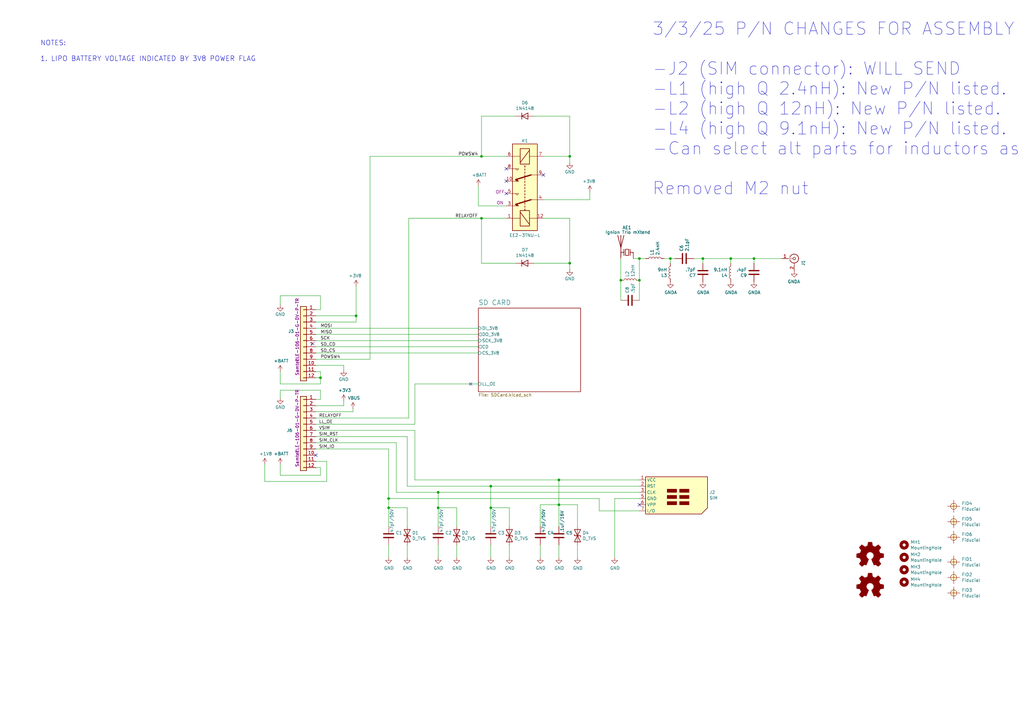
<source format=kicad_sch>
(kicad_sch (version 20231120) (generator "eeschema") (generator_version "8.0")
  (paper "A3")
  (title_block (title "4G ROTARY CELLPHONE DAUGHTERBOARD") (company "J. Haupt") (comment 1 "Sky's Edge"))
  (lib_symbols
    (symbol "Connector:Conn_Coaxial" (pin_names (offset 1.016) hide)
      (property "Reference" "J" (at 0.254 3.048 0))
      (property "Value" "Conn_Coaxial" (at 2.921 0 90))
      (symbol "Conn_Coaxial_0_1"
        (arc (start -1.778 -0.508) (mid 0.222 -1.808) (end 1.778 0) (stroke (width 0.254)))
        (polyline (pts (xy -2.54 0) (xy -0.508 0)))
        (polyline (pts (xy 0 -2.54) (xy 0 -1.778)))
        (circle (center 0 0) (radius 0.508) (stroke (width 0.2032)))
        (arc (start 1.778 0) (mid 0.222 1.8083) (end -1.778 0.508) (stroke (width 0.254)))
      )
      (symbol "Conn_Coaxial_1_1"
        (pin passive line (at -5.08 0 0) (length 2.54) (name "In") (number "1"))
        (pin passive line (at 0 -5.08 90) (length 2.54) (name "Ext") (number "2"))
      )
    )
    (symbol "Connector:SIM_Card"
      (property "Reference" "J" (at -2.54 12.7 0))
      (property "Value" "SIM_Card" (at -1.27 10.16 0))
      (symbol "SIM_Card_0_1"
        (rectangle (start -1.27 -2.54) (end 2.54 -1.27) (stroke (width 0.254)) (fill (type outline)))
        (rectangle (start -1.27 0) (end 2.54 1.27) (stroke (width 0.254)) (fill (type outline)))
        (rectangle (start -1.27 2.54) (end 2.54 3.81) (stroke (width 0.254)) (fill (type outline)))
        (polyline (pts (xy -10.16 8.89) (xy 15.24 8.89) (xy 15.24 -3.81) (xy 12.7 -6.35) (xy -10.16 -6.35) (xy -10.16 8.89)) (stroke (width 0.254)) (fill (type background)))
        (rectangle (start 3.81 -1.27) (end 7.62 -2.54) (stroke (width 0.254)) (fill (type outline)))
        (rectangle (start 3.81 0) (end 7.62 1.27) (stroke (width 0.254)) (fill (type outline)))
        (rectangle (start 3.81 2.54) (end 7.62 3.81) (stroke (width 0.254)) (fill (type outline)))
      )
      (symbol "SIM_Card_1_1"
        (pin power_in line (at -12.7 7.62 0) (length 2.54) (name "VCC") (number "1"))
        (pin input line (at -12.7 5.08 0) (length 2.54) (name "RST") (number "2"))
        (pin input line (at -12.7 2.54 0) (length 2.54) (name "CLK") (number "3"))
        (pin power_in line (at -12.7 0 0) (length 2.54) (name "GND") (number "5"))
        (pin input line (at -12.7 -2.54 0) (length 2.54) (name "VPP") (number "6"))
        (pin bidirectional line (at -12.7 -5.08 0) (length 2.54) (name "I/O") (number "7"))
      )
    )
    (symbol "Connector_Generic:Conn_01x12" (pin_names (offset 1.016) hide)
      (property "Reference" "J" (at 0 15.24 0))
      (property "Value" "Conn_01x12" (at 0 -17.78 0))
      (symbol "Conn_01x12_1_1"
        (rectangle (start -1.27 -15.113) (end 0 -15.367) (stroke (width 0.1524)))
        (rectangle (start -1.27 -12.573) (end 0 -12.827) (stroke (width 0.1524)))
        (rectangle (start -1.27 -10.033) (end 0 -10.287) (stroke (width 0.1524)))
        (rectangle (start -1.27 -7.493) (end 0 -7.747) (stroke (width 0.1524)))
        (rectangle (start -1.27 -4.953) (end 0 -5.207) (stroke (width 0.1524)))
        (rectangle (start -1.27 -2.413) (end 0 -2.667) (stroke (width 0.1524)))
        (rectangle (start -1.27 0.127) (end 0 -0.127) (stroke (width 0.1524)))
        (rectangle (start -1.27 2.667) (end 0 2.413) (stroke (width 0.1524)))
        (rectangle (start -1.27 5.207) (end 0 4.953) (stroke (width 0.1524)))
        (rectangle (start -1.27 7.747) (end 0 7.493) (stroke (width 0.1524)))
        (rectangle (start -1.27 10.287) (end 0 10.033) (stroke (width 0.1524)))
        (rectangle (start -1.27 12.827) (end 0 12.573) (stroke (width 0.1524)))
        (rectangle (start -1.27 13.97) (end 1.27 -16.51) (stroke (width 0.254)) (fill (type background)))
        (pin passive line (at -5.08 12.7 0) (length 3.81) (name "Pin_1") (number "1"))
        (pin passive line (at -5.08 -10.16 0) (length 3.81) (name "Pin_10") (number "10"))
        (pin passive line (at -5.08 -12.7 0) (length 3.81) (name "Pin_11") (number "11"))
        (pin passive line (at -5.08 -15.24 0) (length 3.81) (name "Pin_12") (number "12"))
        (pin passive line (at -5.08 10.16 0) (length 3.81) (name "Pin_2") (number "2"))
        (pin passive line (at -5.08 7.62 0) (length 3.81) (name "Pin_3") (number "3"))
        (pin passive line (at -5.08 5.08 0) (length 3.81) (name "Pin_4") (number "4"))
        (pin passive line (at -5.08 2.54 0) (length 3.81) (name "Pin_5") (number "5"))
        (pin passive line (at -5.08 0 0) (length 3.81) (name "Pin_6") (number "6"))
        (pin passive line (at -5.08 -2.54 0) (length 3.81) (name "Pin_7") (number "7"))
        (pin passive line (at -5.08 -5.08 0) (length 3.81) (name "Pin_8") (number "8"))
        (pin passive line (at -5.08 -7.62 0) (length 3.81) (name "Pin_9") (number "9"))
      )
    )
    (symbol "Device:Antenna_Chip" (pin_numbers hide) (pin_names (offset 1.016) hide)
      (property "Reference" "AE" (at 0 5.08 0))
      (property "Value" "Antenna_Chip" (at 0 3.175 0))
      (symbol "Antenna_Chip_0_1"
        (polyline (pts (xy -2.54 0) (xy -2.54 -0.635)) (stroke (width 0.254)))
        (polyline (pts (xy -2.54 0) (xy -1.27 0)) (stroke (width 0.254)))
        (polyline (pts (xy 1.27 0) (xy 2.54 0)) (stroke (width 0.254)))
        (polyline (pts (xy 1.27 1.27) (xy 1.27 -1.27)) (stroke (width 0.254)))
        (polyline (pts (xy 2.54 -0.635) (xy 2.54 0)))
        (polyline (pts (xy 2.54 6.985) (xy 2.54 -1.905)) (stroke (width 0.254)))
        (polyline (pts (xy -1.27 1.27) (xy -1.27 -1.27) (xy -1.27 0)) (stroke (width 0.254)))
        (polyline (pts (xy 3.81 6.985) (xy 2.54 1.905) (xy 1.27 6.985)) (stroke (width 0.254)))
        (polyline (pts (xy -0.635 1.27) (xy 0.635 1.27) (xy 0.635 -1.27) (xy -0.635 -1.27) (xy -0.635 1.27)) (stroke (width 0.254)))
      )
      (symbol "Antenna_Chip_1_1"
        (pin input line (at -2.54 -2.54 90) (length 2.54) (name "FEED") (number "1"))
        (pin passive line (at 2.54 -2.54 90) (length 2.54) (name "PCB_Trace") (number "2"))
      )
    )
    (symbol "Device:C" (pin_numbers hide) (pin_names (offset 0.254))
      (property "Reference" "C" (at 0.635 2.54 0))
      (property "Value" "C" (at 0.635 -2.54 0))
      (symbol "C_0_1"
        (polyline (pts (xy -2.032 -0.762) (xy 2.032 -0.762)) (stroke (width 0.508)))
        (polyline (pts (xy -2.032 0.762) (xy 2.032 0.762)) (stroke (width 0.508)))
      )
      (symbol "C_1_1"
        (pin passive line (at 0 3.81 270) (length 2.794) (name "~") (number "1"))
        (pin passive line (at 0 -3.81 90) (length 2.794) (name "~") (number "2"))
      )
    )
    (symbol "Device:D_TVS" (pin_numbers hide) (pin_names (offset 1.016) hide)
      (property "Reference" "D" (at 0 2.54 0))
      (property "Value" "D_TVS" (at 0 -2.54 0))
      (symbol "D_TVS_0_1"
        (polyline (pts (xy 1.27 0) (xy -1.27 0)))
        (polyline (pts (xy 0.508 1.27) (xy 0 1.27) (xy 0 -1.27) (xy -0.508 -1.27)) (stroke (width 0.254)))
        (polyline (pts (xy -2.54 1.27) (xy -2.54 -1.27) (xy 2.54 1.27) (xy 2.54 -1.27) (xy -2.54 1.27)) (stroke (width 0.254)))
      )
      (symbol "D_TVS_1_1"
        (pin passive line (at -3.81 0 0) (length 2.54) (name "A1") (number "1"))
        (pin passive line (at 3.81 0 180) (length 2.54) (name "A2") (number "2"))
      )
    )
    (symbol "Device:L" (pin_numbers hide) (pin_names (offset 1.016) hide)
      (property "Reference" "L" (at -1.27 0 90))
      (property "Value" "L" (at 1.905 0 90))
      (symbol "L_0_1"
        (arc (start 0 -2.54) (mid 0.6323 -1.905) (end 0 -1.27))
        (arc (start 0 -1.27) (mid 0.6323 -0.635) (end 0 0))
        (arc (start 0 0) (mid 0.6323 0.635) (end 0 1.27))
        (arc (start 0 1.27) (mid 0.6323 1.905) (end 0 2.54))
      )
      (symbol "L_1_1"
        (pin passive line (at 0 3.81 270) (length 1.27) (name "1") (number "1"))
        (pin passive line (at 0 -3.81 90) (length 1.27) (name "2") (number "2"))
      )
    )
    (symbol "Diode:1N4148" (pin_numbers hide) (pin_names (offset 1.016) hide)
      (property "Reference" "D" (at 0 2.54 0))
      (property "Value" "1N4148" (at 0 -2.54 0))
      (symbol "1N4148_0_1"
        (polyline (pts (xy -1.27 1.27) (xy -1.27 -1.27)) (stroke (width 0.254)))
        (polyline (pts (xy 1.27 0) (xy -1.27 0)))
        (polyline (pts (xy 1.27 1.27) (xy 1.27 -1.27) (xy -1.27 0) (xy 1.27 1.27)) (stroke (width 0.254)))
      )
      (symbol "1N4148_1_1"
        (pin passive line (at -3.81 0 0) (length 2.54) (name "K") (number "1"))
        (pin passive line (at 3.81 0 180) (length 2.54) (name "A") (number "2"))
      )
    )
    (symbol "Graphic:Logo_Open_Hardware_Small" (pin_names (offset 1.016))
      (symbol "Logo_Open_Hardware_Small_0_1"
        (polyline (pts (xy 3.3528 -4.3434) (xy 3.302 -4.318) (xy 3.175 -4.2418) (xy 2.9972 -4.1148) (xy 2.7686 -3.9624) (xy 2.54 -3.81) (xy 2.3622 -3.7084) (xy 2.2352 -3.6068) (xy 2.1844 -3.5814) (xy 2.159 -3.6068) (xy 2.0574 -3.6576) (xy 1.905 -3.7338) (xy 1.8034 -3.7846) (xy 1.6764 -3.8354) (xy 1.6002 -3.8354) (xy 1.6002 -3.8354) (xy 1.5494 -3.7338) (xy 1.4732 -3.5306) (xy 1.3462 -3.302) (xy 1.2446 -3.0226) (xy 1.1176 -2.7178) (xy 0.9652 -2.413) (xy 0.8636 -2.1082) (xy 0.7366 -1.8288) (xy 0.6604 -1.6256) (xy 0.6096 -1.4732) (xy 0.5842 -1.397) (xy 0.5842 -1.397) (xy 0.6604 -1.3208) (xy 0.7874 -1.2446) (xy 1.0414 -1.016) (xy 1.2954 -0.6858) (xy 1.4478 -0.3302) (xy 1.524 0.0762) (xy 1.4732 0.4572) (xy 1.3208 0.8128) (xy 1.0668 1.143) (xy 0.762 1.3716) (xy 0.4064 1.524) (xy 0 1.5748) (xy -0.381 1.5494) (xy -0.7366 1.397) (xy -1.0668 1.143) (xy -1.2192 0.9906) (xy -1.397 0.6604) (xy -1.524 0.3048) (xy -1.524 0.2286) (xy -1.4986 -0.1778) (xy -1.397 -0.5334) (xy -1.1938 -0.8636) (xy -0.9144 -1.143) (xy -0.8636 -1.1684) (xy -0.7366 -1.27) (xy -0.635 -1.3462) (xy -0.5842 -1.397) (xy -1.0668 -2.5908) (xy -1.143 -2.794) (xy -1.2954 -3.1242) (xy -1.397 -3.4036) (xy -1.4986 -3.6322) (xy -1.5748 -3.7846) (xy -1.6002 -3.8354) (xy -1.6002 -3.8354) (xy -1.651 -3.8354) (xy -1.7272 -3.81) (xy -1.905 -3.7338) (xy -2.0066 -3.683) (xy -2.1336 -3.6068) (xy -2.2098 -3.5814) (xy -2.2606 -3.6068) (xy -2.3622 -3.683) (xy -2.54 -3.81) (xy -2.7686 -3.9624) (xy -2.9718 -4.0894) (xy -3.1496 -4.2164) (xy -3.302 -4.318) (xy -3.3528 -4.3434) (xy -3.3782 -4.3434) (xy -3.429 -4.318) (xy -3.5306 -4.2164) (xy -3.7084 -4.064) (xy -3.937 -3.8354) (xy -3.9624 -3.81) (xy -4.1656 -3.6068) (xy -4.318 -3.4544) (xy -4.4196 -3.3274) (xy -4.445 -3.2766) (xy -4.445 -3.2766) (xy -4.4196 -3.2258) (xy -4.318 -3.0734) (xy -4.2164 -2.8956) (xy -4.064 -2.667) (xy -3.6576 -2.0828) (xy -3.8862 -1.5494) (xy -3.937 -1.3716) (xy -4.0386 -1.1684) (xy -4.0894 -1.0414) (xy -4.1148 -0.9652) (xy -4.191 -0.9398) (xy -4.318 -0.9144) (xy -4.5466 -0.8636) (xy -4.8006 -0.8128) (xy -5.0546 -0.7874) (xy -5.2578 -0.7366) (xy -5.4356 -0.7112) (xy -5.5118 -0.6858) (xy -5.5118 -0.6858) (xy -5.5372 -0.635) (xy -5.5372 -0.5588) (xy -5.5372 -0.4318) (xy -5.5626 -0.2286) (xy -5.5626 0.0762) (xy -5.5626 0.127) (xy -5.5372 0.4064) (xy -5.5372 0.635) (xy -5.5372 0.762) (xy -5.5372 0.8382) (xy -5.5372 0.8382) (xy -5.461 0.8382) (xy -5.3086 0.889) (xy -5.08 0.9144) (xy -4.826 0.9652) (xy -4.8006 0.9906) (xy -4.5466 1.0414) (xy -4.318 1.0668) (xy -4.1656 1.1176) (xy -4.0894 1.143) (xy -4.0894 1.143) (xy -4.0386 1.2446) (xy -3.9624 1.4224) (xy -3.8608 1.6256) (xy -3.7846 1.8288) (xy -3.7084 2.0066) (xy -3.6576 2.159) (xy -3.6322 2.2098) (xy -3.6322 2.2098) (xy -3.683 2.286) (xy -3.7592 2.413) (xy -3.8862 2.5908) (xy -4.064 2.8194) (xy -4.064 2.8448) (xy -4.2164 3.0734) (xy -4.3434 3.2512) (xy -4.4196 3.3782) (xy -4.445 3.4544) (xy -4.445 3.4544) (xy -4.3942 3.5052) (xy -4.2926 3.6322) (xy -4.1148 3.81) (xy -3.937 4.0132) (xy -3.8608 4.064) (xy -3.6576 4.2926) (xy -3.5052 4.4196) (xy -3.4036 4.4958) (xy -3.3528 4.5212) (xy -3.3528 4.5212) (xy -3.302 4.4704) (xy -3.1496 4.3688) (xy -2.9718 4.2418) (xy -2.7432 4.0894) (xy -2.7178 4.0894) (xy -2.4892 3.937) (xy -2.3114 3.81) (xy -2.1844 3.7084) (xy -2.1336 3.683) (xy -2.1082 3.683) (xy -2.032 3.7084) (xy -1.8542 3.7592) (xy -1.6764 3.8354) (xy -1.4732 3.937) (xy -1.27 4.0132) (xy -1.143 4.064) (xy -1.0668 4.1148) (xy -1.0668 4.1148) (xy -1.0414 4.191) (xy -1.016 4.3434) (xy -0.9652 4.572) (xy -0.9144 4.8514) (xy -0.889 4.9022) (xy -0.8382 5.1562) (xy -0.8128 5.3848) (xy -0.7874 5.5372) (xy -0.762 5.588) (xy -0.7112 5.6134) (xy -0.5842 5.6134) (xy -0.4064 5.6134) (xy -0.1524 5.6134) (xy 0.0762 5.6134) (xy 0.3302 5.6134) (xy 0.5334 5.6134) (xy 0.6858 5.588) (xy 0.7366 5.588) (xy 0.7366 5.588) (xy 0.762 5.5118) (xy 0.8128 5.334) (xy 0.8382 5.1054) (xy 0.9144 4.826) (xy 0.9144 4.7752) (xy 0.9652 4.5212) (xy 1.016 4.2926) (xy 1.0414 4.1402) (xy 1.0668 4.0894) (xy 1.0668 4.0894) (xy 1.1938 4.0386) (xy 1.3716 3.9624) (xy 1.5748 3.8608) (xy 2.0828 3.6576) (xy 2.7178 4.0894) (xy 2.7686 4.1402) (xy 2.9972 4.2926) (xy 3.175 4.4196) (xy 3.302 4.4958) (xy 3.3782 4.5212) (xy 3.3782 4.5212) (xy 3.429 4.4704) (xy 3.556 4.3434) (xy 3.7338 4.191) (xy 3.9116 3.9878) (xy 4.064 3.8354) (xy 4.2418 3.6576) (xy 4.3434 3.556) (xy 4.4196 3.4798) (xy 4.4196 3.429) (xy 4.4196 3.4036) (xy 4.3942 3.3274) (xy 4.2926 3.2004) (xy 4.1656 2.9972) (xy 4.0132 2.794) (xy 3.8862 2.5908) (xy 3.7592 2.3876) (xy 3.6576 2.2352) (xy 3.6322 2.159) (xy 3.6322 2.1336) (xy 3.683 2.0066) (xy 3.7592 1.8288) (xy 3.8608 1.6002) (xy 4.064 1.1176) (xy 4.3942 1.0414) (xy 4.5974 1.016) (xy 4.8768 0.9652) (xy 5.1308 0.9144) (xy 5.5372 0.8382) (xy 5.5626 -0.6604) (xy 5.4864 -0.6858) (xy 5.4356 -0.6858) (xy 5.2832 -0.7366) (xy 5.0546 -0.762) (xy 4.8006 -0.8128) (xy 4.5974 -0.8636) (xy 4.3688 -0.9144) (xy 4.2164 -0.9398) (xy 4.1402 -0.9398) (xy 4.1148 -0.9652) (xy 4.064 -1.0668) (xy 3.9878 -1.2446) (xy 3.9116 -1.4478) (xy 3.81 -1.651) (xy 3.7338 -1.8542) (xy 3.683 -2.0066) (xy 3.6576 -2.0828) (xy 3.683 -2.1336) (xy 3.7846 -2.2606) (xy 3.8862 -2.4638) (xy 4.0386 -2.667) (xy 4.191 -2.8956) (xy 4.318 -3.0734) (xy 4.3942 -3.2004) (xy 4.445 -3.2766) (xy 4.4196 -3.3274) (xy 4.3434 -3.429) (xy 4.1656 -3.5814) (xy 3.937 -3.8354) (xy 3.8862 -3.8608) (xy 3.683 -4.064) (xy 3.5306 -4.2164) (xy 3.4036 -4.318) (xy 3.3528 -4.3434)) (fill (type outline)))
      )
    )
    (symbol "Mechanical:MountingHole" (pin_names (offset 1.016))
      (property "Reference" "H" (at 0 5.08 0))
      (property "Value" "MountingHole" (at 0 3.175 0))
      (symbol "MountingHole_0_1"
        (circle (center 0 0) (radius 1.27) (stroke (width 1.27)))
      )
    )
    (symbol "MyLibrary:Fiducial" (pin_names (offset 1.016))
      (property "Reference" "FID" (at 0 -3.81 0))
      (property "Value" "MyLibrary_Fiducial" (at 0 3.81 0))
      (symbol "Fiducial_0_1"
        (polyline (pts (xy -2.54 0) (xy 2.54 0)))
        (polyline (pts (xy 0 -2.54) (xy 0 2.54)))
        (circle (center 0 0) (radius 1.27) (fill (type background)))
      )
    )
    (symbol "MyLibrary:RELAY_2COIL" (pin_names (offset 1.016))
      (property "Reference" "K" (at -17.78 6.35 0))
      (property "Value" "MyLibrary_RELAY_2COIL" (at 20.32 -6.35 0))
      (symbol "RELAY_2COIL_1_1"
        (rectangle (start -17.78 5.08) (end 17.78 -5.08) (stroke (width 0.254)) (fill (type background)))
        (rectangle (start -15.875 1.905) (end -9.525 -1.905) (stroke (width 0.254)))
        (polyline (pts (xy -15.24 -1.905) (xy -10.16 1.905)) (stroke (width 0.254)))
        (polyline (pts (xy -12.7 -5.08) (xy -12.7 -1.905)))
        (polyline (pts (xy -12.7 5.08) (xy -12.7 1.905)))
        (polyline (pts (xy -9.525 0) (xy -8.89 0)) (stroke (width 0.254)))
        (polyline (pts (xy -9.525 0) (xy -8.89 0)) (stroke (width 0.254)))
        (polyline (pts (xy -8.255 0) (xy -7.62 0)) (stroke (width 0.254)))
        (polyline (pts (xy -7.62 2.54) (xy -7.62 5.08)))
        (polyline (pts (xy -6.985 0) (xy -6.35 0)) (stroke (width 0.254)))
        (polyline (pts (xy -5.715 0) (xy -5.08 0)) (stroke (width 0.254)))
        (polyline (pts (xy -5.08 -2.54) (xy -6.985 3.81)) (stroke (width 0.508)))
        (polyline (pts (xy -5.08 -2.54) (xy -5.08 -5.08)))
        (polyline (pts (xy -4.445 0) (xy -3.81 0)) (stroke (width 0.254)))
        (polyline (pts (xy -3.175 0) (xy -2.54 0)) (stroke (width 0.254)))
        (polyline (pts (xy -2.54 2.54) (xy -2.54 5.08)))
        (polyline (pts (xy -1.905 0) (xy -1.27 0)) (stroke (width 0.254)))
        (polyline (pts (xy -0.635 0) (xy 0 0)) (stroke (width 0.254)))
        (polyline (pts (xy 0.635 0) (xy 1.27 0)) (stroke (width 0.254)))
        (polyline (pts (xy 1.905 0) (xy 2.54 0)) (stroke (width 0.254)))
        (polyline (pts (xy 2.54 2.54) (xy 2.54 5.08)))
        (polyline (pts (xy 3.175 0) (xy 3.81 0)) (stroke (width 0.254)))
        (polyline (pts (xy 4.445 0) (xy 5.08 0)) (stroke (width 0.254)))
        (polyline (pts (xy 5.08 -2.54) (xy 3.175 3.81)) (stroke (width 0.508)))
        (polyline (pts (xy 5.08 -2.54) (xy 5.08 -5.08)))
        (polyline (pts (xy 5.715 0) (xy 6.35 0)) (stroke (width 0.254)))
        (polyline (pts (xy 6.985 0) (xy 7.62 0)) (stroke (width 0.254)))
        (polyline (pts (xy 7.62 2.54) (xy 7.62 5.08)))
        (polyline (pts (xy 8.255 0) (xy 8.89 0)) (stroke (width 0.254)))
        (polyline (pts (xy 8.255 0) (xy 8.89 0)) (stroke (width 0.254)))
        (polyline (pts (xy 12.7 -5.08) (xy 12.7 -1.905)))
        (polyline (pts (xy 12.7 5.08) (xy 12.7 1.905)))
        (polyline (pts (xy 15.24 -1.905) (xy 10.16 1.905)) (stroke (width 0.254)))
        (polyline (pts (xy -7.62 2.54) (xy -6.985 3.175) (xy -7.62 3.81)) (fill (type outline)))
        (polyline (pts (xy -2.54 2.54) (xy -3.175 3.175) (xy -2.54 3.81)))
        (polyline (pts (xy 2.54 2.54) (xy 3.175 3.175) (xy 2.54 3.81)) (fill (type outline)))
        (polyline (pts (xy 7.62 2.54) (xy 6.985 3.175) (xy 7.62 3.81)))
        (rectangle (start 15.875 1.905) (end 9.525 -1.905) (stroke (width 0.254)))
        (pin passive line (at -12.7 7.62 270) (length 2.54) (name "~") (number "1"))
        (pin passive line (at 2.54 7.62 270) (length 2.54) (name "~") (number "10"))
        (pin passive line (at -12.7 -7.62 90) (length 2.54) (name "~") (number "12"))
        (pin passive line (at -7.62 7.62 270) (length 2.54) (name "~") (number "3"))
        (pin passive line (at -5.08 -7.62 90) (length 2.54) (name "~") (number "4"))
        (pin passive line (at -2.54 7.62 270) (length 2.54) (name "~") (number "5"))
        (pin passive line (at 12.7 7.62 270) (length 2.54) (name "~") (number "6"))
        (pin passive line (at 12.7 -7.62 90) (length 2.54) (name "~") (number "7"))
        (pin passive line (at 7.62 7.62 270) (length 2.54) (name "~") (number "8"))
        (pin passive line (at 5.08 -7.62 90) (length 2.54) (name "~") (number "9"))
      )
    )
    (symbol "power:+1V8" (power) (pin_names (offset 0))
      (property "Value" "+1V8" (at 0 3.556 0))
      (symbol "+1V8_0_1"
        (polyline (pts (xy -0.762 1.27) (xy 0 2.54)))
        (polyline (pts (xy 0 0) (xy 0 2.54)))
        (polyline (pts (xy 0 2.54) (xy 0.762 1.27)))
      )
      (symbol "+1V8_1_1"
        (pin power_in line (at 0 0 90) (length 0) hide (name "+1V8") (number "1"))
      )
    )
    (symbol "power:+3V3" (power) (pin_names (offset 0))
      (property "Value" "+3V3" (at 0 3.556 0))
      (symbol "+3V3_0_1"
        (polyline (pts (xy -0.762 1.27) (xy 0 2.54)))
        (polyline (pts (xy 0 0) (xy 0 2.54)))
        (polyline (pts (xy 0 2.54) (xy 0.762 1.27)))
      )
      (symbol "+3V3_1_1"
        (pin power_in line (at 0 0 90) (length 0) hide (name "+3V3") (number "1"))
      )
    )
    (symbol "power:+3V8" (power) (pin_names (offset 0))
      (property "Value" "+3V8" (at 0 3.556 0))
      (symbol "+3V8_0_1"
        (polyline (pts (xy -0.762 1.27) (xy 0 2.54)))
        (polyline (pts (xy 0 0) (xy 0 2.54)))
        (polyline (pts (xy 0 2.54) (xy 0.762 1.27)))
      )
      (symbol "+3V8_1_1"
        (pin power_in line (at 0 0 90) (length 0) hide (name "+3V8") (number "1"))
      )
    )
    (symbol "power:+BATT" (power) (pin_names (offset 0))
      (property "Value" "+BATT" (at 0 3.556 0))
      (symbol "+BATT_0_1"
        (polyline (pts (xy -0.762 1.27) (xy 0 2.54)))
        (polyline (pts (xy 0 0) (xy 0 2.54)))
        (polyline (pts (xy 0 2.54) (xy 0.762 1.27)))
      )
      (symbol "+BATT_1_1"
        (pin power_in line (at 0 0 90) (length 0) hide (name "+BATT") (number "1"))
      )
    )
    (symbol "power:GND" (power) (pin_names (offset 0))
      (property "Value" "GND" (at 0 -3.81 0))
      (symbol "GND_0_1"
        (polyline (pts (xy 0 0) (xy 0 -1.27) (xy 1.27 -1.27) (xy 0 -2.54) (xy -1.27 -1.27) (xy 0 -1.27)))
      )
      (symbol "GND_1_1"
        (pin power_in line (at 0 0 270) (length 0) hide (name "GND") (number "1"))
      )
    )
    (symbol "power:GNDA" (power) (pin_names (offset 0))
      (property "Value" "GNDA" (at 0 -3.81 0))
      (symbol "GNDA_0_1"
        (polyline (pts (xy 0 0) (xy 0 -1.27) (xy 1.27 -1.27) (xy 0 -2.54) (xy -1.27 -1.27) (xy 0 -1.27)))
      )
      (symbol "GNDA_1_1"
        (pin power_in line (at 0 0 270) (length 0) hide (name "GNDA") (number "1"))
      )
    )
    (symbol "power:VBUS" (power) (pin_names (offset 0))
      (property "Value" "VBUS" (at 0 3.81 0))
      (symbol "VBUS_0_1"
        (polyline (pts (xy -0.762 1.27) (xy 0 2.54)))
        (polyline (pts (xy 0 0) (xy 0 2.54)))
        (polyline (pts (xy 0 2.54) (xy 0.762 1.27)))
      )
      (symbol "VBUS_1_1"
        (pin power_in line (at 0 0 90) (length 0) hide (name "VBUS") (number "1"))
      )
    )
  )
  (junction (at 201.295 208.28))
  (junction (at 233.68 64.135))
  (junction (at 254.635 114.935))
  (junction (at 179.705 201.93))
  (junction (at 233.68 107.95))
  (junction (at 229.235 196.85))
  (junction (at 197.485 89.535))
  (junction (at 159.385 208.28))
  (junction (at 309.245 106.045))
  (junction (at 131.445 154.94))
  (junction (at 262.255 114.935))
  (junction (at 274.955 106.045))
  (junction (at 201.295 199.39))
  (junction (at 229.235 207.01))
  (junction (at 197.485 64.135))
  (junction (at 179.705 208.28))
  (junction (at 146.05 129.54))
  (junction (at 159.385 204.47))
  (junction (at 262.255 106.045))
  (junction (at 288.29 106.045))
  (junction (at 299.72 106.045))
  (no_connect (at 207.645 69.215))
  (no_connect (at 207.645 74.295))
  (no_connect (at 128.27 140.97))
  (no_connect (at 193.04 157.48))
  (no_connect (at 207.645 79.375))
  (no_connect (at 222.885 71.755))
  (no_connect (at 129.54 186.69))
  (no_connect (at 262.255 207.01))
  (wire (pts (xy 197.485 64.135) (xy 197.485 47.625)))
  (wire (pts (xy 262.255 204.47) (xy 252.095 204.47)))
  (wire (pts (xy 133.985 189.23) (xy 133.985 197.485)))
  (wire (pts (xy 201.295 208.28) (xy 201.295 199.39)))
  (wire (pts (xy 144.78 168.91) (xy 129.54 168.91)))
  (wire (pts (xy 229.235 196.85) (xy 170.18 196.85)))
  (wire (pts (xy 129.54 132.08) (xy 146.05 132.08)))
  (wire (pts (xy 133.985 197.485) (xy 108.585 197.485)))
  (wire (pts (xy 179.705 215.9) (xy 179.705 208.28)))
  (wire (pts (xy 229.235 196.85) (xy 262.255 196.85)))
  (wire (pts (xy 170.18 196.85) (xy 170.18 176.53)))
  (wire (pts (xy 146.05 132.08) (xy 146.05 129.54)))
  (wire (pts (xy 129.54 144.78) (xy 196.215 144.78)))
  (wire (pts (xy 131.445 163.83) (xy 131.445 160.02)))
  (wire (pts (xy 201.295 215.9) (xy 201.295 208.28)))
  (wire (pts (xy 167.005 199.39) (xy 201.295 199.39)))
  (wire (pts (xy 236.855 215.9) (xy 236.855 207.01)))
  (wire (pts (xy 146.05 117.475) (xy 146.05 129.54)))
  (wire (pts (xy 201.295 199.39) (xy 262.255 199.39)))
  (wire (pts (xy 201.295 223.52) (xy 201.295 228.6)))
  (wire (pts (xy 233.68 64.135) (xy 222.885 64.135)))
  (wire (pts (xy 114.935 160.02) (xy 114.935 163.195)))
  (wire (pts (xy 151.765 64.135) (xy 197.485 64.135)))
  (wire (pts (xy 236.855 228.6) (xy 236.855 223.52)))
  (wire (pts (xy 187.325 208.28) (xy 179.705 208.28)))
  (wire (pts (xy 179.705 208.28) (xy 179.705 201.93)))
  (wire (pts (xy 245.745 204.47) (xy 245.745 209.55)))
  (wire (pts (xy 211.455 107.95) (xy 197.485 107.95)))
  (wire (pts (xy 274.955 107.95) (xy 274.955 106.045)))
  (wire (pts (xy 254.635 114.935) (xy 254.635 123.19)))
  (wire (pts (xy 167.64 89.535) (xy 197.485 89.535)))
  (wire (pts (xy 129.54 179.07) (xy 167.005 179.07)))
  (wire (pts (xy 236.855 207.01) (xy 229.235 207.01)))
  (wire (pts (xy 131.445 154.94) (xy 131.445 157.48)))
  (wire (pts (xy 129.54 163.83) (xy 131.445 163.83)))
  (wire (pts (xy 146.05 129.54) (xy 129.54 129.54)))
  (wire (pts (xy 241.935 81.915) (xy 241.935 78.74)))
  (wire (pts (xy 129.54 152.4) (xy 131.445 152.4)))
  (wire (pts (xy 197.485 47.625) (xy 211.455 47.625)))
  (wire (pts (xy 129.54 166.37) (xy 140.97 166.37)))
  (wire (pts (xy 229.235 215.9) (xy 229.235 207.01)))
  (wire (pts (xy 151.765 147.32) (xy 151.765 64.135)))
  (wire (pts (xy 108.585 197.485) (xy 108.585 190.5)))
  (wire (pts (xy 233.68 66.675) (xy 233.68 64.135)))
  (wire (pts (xy 129.54 149.86) (xy 140.97 149.86)))
  (wire (pts (xy 196.215 84.455) (xy 207.645 84.455)))
  (wire (pts (xy 129.54 184.15) (xy 159.385 184.15)))
  (wire (pts (xy 179.705 223.52) (xy 179.705 228.6)))
  (wire (pts (xy 170.18 173.99) (xy 170.18 157.48)))
  (wire (pts (xy 229.235 207.01) (xy 221.615 207.01)))
  (wire (pts (xy 288.29 106.045) (xy 288.29 107.95)))
  (wire (pts (xy 219.075 47.625) (xy 233.68 47.625)))
  (wire (pts (xy 129.54 189.23) (xy 133.985 189.23)))
  (wire (pts (xy 140.97 164.465) (xy 140.97 166.37)))
  (wire (pts (xy 262.255 106.045) (xy 264.795 106.045)))
  (wire (pts (xy 114.935 190.5) (xy 114.935 194.945)))
  (wire (pts (xy 208.915 215.9) (xy 208.915 208.28)))
  (wire (pts (xy 254.635 106.045) (xy 254.635 114.935)))
  (wire (pts (xy 167.005 215.9) (xy 167.005 208.28)))
  (wire (pts (xy 233.68 47.625) (xy 233.68 64.135)))
  (wire (pts (xy 259.715 106.045) (xy 262.255 106.045)))
  (wire (pts (xy 170.18 173.99) (xy 129.54 173.99)))
  (wire (pts (xy 167.64 171.45) (xy 167.64 89.535)))
  (wire (pts (xy 245.745 209.55) (xy 262.255 209.55)))
  (wire (pts (xy 197.485 107.95) (xy 197.485 89.535)))
  (wire (pts (xy 114.935 125.095) (xy 114.935 121.285)))
  (wire (pts (xy 262.255 114.935) (xy 262.255 106.045)))
  (wire (pts (xy 262.255 114.935) (xy 262.255 123.19)))
  (wire (pts (xy 159.385 184.15) (xy 159.385 204.47)))
  (wire (pts (xy 159.385 215.9) (xy 159.385 208.28)))
  (wire (pts (xy 222.885 81.915) (xy 241.935 81.915)))
  (wire (pts (xy 309.245 106.045) (xy 320.675 106.045)))
  (wire (pts (xy 114.935 121.285) (xy 131.445 121.285)))
  (wire (pts (xy 221.615 207.01) (xy 221.615 215.9)))
  (wire (pts (xy 131.445 194.945) (xy 131.445 191.77)))
  (wire (pts (xy 159.385 208.28) (xy 159.385 204.47)))
  (wire (pts (xy 196.215 76.2) (xy 196.215 84.455)))
  (wire (pts (xy 274.955 106.045) (xy 276.86 106.045)))
  (wire (pts (xy 208.915 223.52) (xy 208.915 228.6)))
  (wire (pts (xy 162.56 201.93) (xy 179.705 201.93)))
  (wire (pts (xy 207.645 64.135) (xy 197.485 64.135)))
  (wire (pts (xy 140.97 151.765) (xy 140.97 149.86)))
  (wire (pts (xy 129.54 171.45) (xy 167.64 171.45)))
  (wire (pts (xy 309.245 107.95) (xy 309.245 106.045)))
  (wire (pts (xy 222.885 89.535) (xy 233.68 89.535)))
  (wire (pts (xy 129.54 127) (xy 131.445 127)))
  (wire (pts (xy 272.415 106.045) (xy 274.955 106.045)))
  (wire (pts (xy 162.56 181.61) (xy 162.56 201.93)))
  (wire (pts (xy 229.235 223.52) (xy 229.235 228.6)))
  (wire (pts (xy 167.005 179.07) (xy 167.005 199.39)))
  (wire (pts (xy 221.615 223.52) (xy 221.615 228.6)))
  (wire (pts (xy 129.54 147.32) (xy 151.765 147.32)))
  (wire (pts (xy 114.935 157.48) (xy 114.935 152.4)))
  (wire (pts (xy 229.235 207.01) (xy 229.235 196.85)))
  (wire (pts (xy 129.54 137.16) (xy 196.215 137.16)))
  (wire (pts (xy 299.72 106.045) (xy 288.29 106.045)))
  (wire (pts (xy 284.48 106.045) (xy 288.29 106.045)))
  (wire (pts (xy 233.68 107.95) (xy 233.68 89.535)))
  (wire (pts (xy 252.095 204.47) (xy 252.095 228.6)))
  (wire (pts (xy 131.445 157.48) (xy 114.935 157.48)))
  (wire (pts (xy 129.54 142.24) (xy 196.215 142.24)))
  (wire (pts (xy 129.54 191.77) (xy 131.445 191.77)))
  (wire (pts (xy 219.075 107.95) (xy 233.68 107.95)))
  (wire (pts (xy 159.385 204.47) (xy 245.745 204.47)))
  (wire (pts (xy 131.445 127) (xy 131.445 121.285)))
  (wire (pts (xy 170.18 176.53) (xy 129.54 176.53)))
  (wire (pts (xy 129.54 134.62) (xy 196.215 134.62)))
  (wire (pts (xy 299.72 106.045) (xy 299.72 107.95)))
  (wire (pts (xy 309.245 106.045) (xy 299.72 106.045)))
  (wire (pts (xy 159.385 223.52) (xy 159.385 228.6)))
  (wire (pts (xy 167.005 208.28) (xy 159.385 208.28)))
  (wire (pts (xy 208.915 208.28) (xy 201.295 208.28)))
  (wire (pts (xy 129.54 154.94) (xy 131.445 154.94)))
  (wire (pts (xy 170.18 157.48) (xy 196.215 157.48)))
  (wire (pts (xy 114.935 194.945) (xy 131.445 194.945)))
  (wire (pts (xy 207.645 89.535) (xy 197.485 89.535)))
  (wire (pts (xy 233.68 110.49) (xy 233.68 107.95)))
  (wire (pts (xy 167.005 223.52) (xy 167.005 228.6)))
  (wire (pts (xy 187.325 223.52) (xy 187.325 228.6)))
  (wire (pts (xy 131.445 160.02) (xy 114.935 160.02)))
  (wire (pts (xy 187.325 215.9) (xy 187.325 208.28)))
  (wire (pts (xy 129.54 139.7) (xy 196.215 139.7)))
  (wire (pts (xy 144.78 167.64) (xy 144.78 168.91)))
  (wire (pts (xy 129.54 181.61) (xy 162.56 181.61)))
  (wire (pts (xy 131.445 152.4) (xy 131.445 154.94)))
  (wire (pts (xy 179.705 201.93) (xy 262.255 201.93)))
  (text "3/3/25 P/N CHANGES FOR ASSEMBLY HOUSE\n\n-J2 (SIM connector): WILL SEND\n-L1 (high Q 2.4nH): New P/N listed.\n-L2 (high Q 12nH): New P/N listed.\n-L4 (high Q 9.1nH): New P/N listed.\n-Can select alt parts for inductors as long as they're high-Q. \n\nRemoved M2 nut" (at 267.462 44.704 0) (effects (font (size 5.08 5.08)) (justify left)))
  (text "NOTES:\n\n1. LIPO BATTERY VOLTAGE INDICATED BY 3V8 POWER FLAG" (at 16.51 25.4 0) (effects (font (size 2.0066 2.0066)) (justify left bottom)))
  (label "SIM_CLK" (at 130.81 181.61 0))
  (label "RELAYOFF" (at 130.81 171.45 0))
  (label "SIM_IO" (at 130.81 184.15 0))
  (label "LL_OE" (at 130.81 173.99 0))
  (label "SIM_RST" (at 130.81 179.07 0))
  (label "SCK" (at 131.445 139.7 0))
  (label "SD_CS" (at 131.445 144.78 0))
  (label "VSIM" (at 130.81 176.53 0))
  (label "RELAYOFF" (at 186.69 89.535 0))
  (label "SD_CD" (at 131.445 142.24 0))
  (label "MOSI" (at 131.445 134.62 0))
  (label "POWSW4" (at 187.96 64.135 0))
  (label "MISO" (at 131.445 137.16 0))
  (label "POWSW4" (at 131.445 147.32 0))
  (symbol (lib_id "Mechanical:MountingHole") (at 370.84 238.76 0) (unit 1) (in_bom no)
    (property "Reference" "MH4" (at 373.38 237.5916 0) (effects (justify left)))
    (property "Value" "MountingHole" (at 373.38 239.903 0) (effects (justify left)))
    (property "Footprint" "MountingHole:MountingHole_2.2mm_M2" (effects (hide yes)))
  )
  (symbol (lib_id "MyLibrary:Fiducial") (at 391.16 207.645 0) (unit 1)
    (property "Reference" "FID4" (at 394.4112 206.4766 0) (effects (justify left)))
    (property "Value" "Fiducial" (at 394.4112 208.788 0) (effects (justify left)))
    (property "Footprint" "Fiducial:Fiducial_0.75mm_Dia_1.5mm_Outer" (effects (hide yes)))
  )
  (symbol (lib_id "MyLibrary:Fiducial") (at 391.16 213.995 0) (unit 1)
    (property "Reference" "FID5" (at 394.4112 212.8266 0) (effects (justify left)))
    (property "Value" "Fiducial" (at 394.4112 215.138 0) (effects (justify left)))
    (property "Footprint" "Fiducial:Fiducial_0.75mm_Dia_1.5mm_Outer" (effects (hide yes)))
  )
  (symbol (lib_id "MyLibrary:Fiducial") (at 391.16 220.345 0) (unit 1)
    (property "Reference" "FID6" (at 394.4112 219.1766 0) (effects (justify left)))
    (property "Value" "Fiducial" (at 394.4112 221.488 0) (effects (justify left)))
    (property "Footprint" "Fiducial:Fiducial_0.75mm_Dia_1.5mm_Outer" (effects (hide yes)))
  )
  (symbol (lib_id "Graphic:Logo_Open_Hardware_Small") (at 356.87 227.965 0) (unit 1)
    (property "Reference" "LOGO1" (effects (hide yes)))
    (property "Value" "Logo1" (effects (hide yes)))
    (property "Footprint" "MyFootprints:SkysEdge_18mm" (effects (hide yes)))
  )
  (symbol (lib_id "Graphic:Logo_Open_Hardware_Small") (at 356.87 240.665 0) (unit 1)
    (property "Reference" "LOGO2" (effects (hide yes)))
    (property "Value" "Logo2" (effects (hide yes)))
    (property "Footprint" "MyFootprints:SkysEdge_18mm" (effects (hide yes)))
  )
  (symbol (lib_id "MyLibrary:Fiducial") (at 391.16 236.855 0) (unit 1)
    (property "Reference" "FID2" (at 394.4112 235.6866 0) (effects (justify left)))
    (property "Value" "Fiducial" (at 394.4112 237.998 0) (effects (justify left)))
    (property "Footprint" "Fiducial:Fiducial_0.75mm_Dia_1.5mm_Outer" (effects (hide yes)))
  )
  (symbol (lib_id "MyLibrary:Fiducial") (at 391.16 230.505 0) (unit 1)
    (property "Reference" "FID1" (at 394.4112 229.3366 0) (effects (justify left)))
    (property "Value" "Fiducial" (at 394.4112 231.648 0) (effects (justify left)))
    (property "Footprint" "Fiducial:Fiducial_0.75mm_Dia_1.5mm_Outer" (effects (hide yes)))
  )
  (symbol (lib_id "MyLibrary:Fiducial") (at 391.16 243.205 0) (unit 1)
    (property "Reference" "FID3" (at 394.4112 242.0366 0) (effects (justify left)))
    (property "Value" "Fiducial" (at 394.4112 244.348 0) (effects (justify left)))
    (property "Footprint" "Fiducial:Fiducial_0.75mm_Dia_1.5mm_Outer" (effects (hide yes)))
  )
  (symbol (lib_id "Connector_Generic:Conn_01x12") (at 124.46 139.7 0) (mirror y) (unit 1)
    (property "Reference" "J3" (at 119.38 135.89 0))
    (property "Value" "Conn_01x12" (effects (hide yes)))
    (property "Footprint" "MyFootprints:Samtec_2x6HeaderSocket_FLE-106-01-G-DV" (effects (hide yes)))
    (property "Mfg. Name" "Samtec" (at 121.92 150.495 90))
    (property "Mfg. Part No." "FLE-106-01-G-DV-P-TR" (at 121.92 135.255 90))
  )
  (symbol (lib_id "Connector_Generic:Conn_01x12") (at 124.46 176.53 0) (mirror y) (unit 1)
    (property "Reference" "J6" (at 118.745 176.53 0))
    (property "Value" "Conn_01x12" (effects (hide yes)))
    (property "Footprint" "MyFootprints:Samtec_2x6HeaderSocket_FLE-106-01-G-DV" (effects (hide yes)))
    (property "Mfg. Name" "Samtec" (at 121.92 187.96 90))
    (property "Mfg. Part No." "FLE-106-01-G-DV-P-TR" (at 121.92 172.72 90))
  )
  (symbol (lib_id "Connector:SIM_Card") (at 274.955 204.47 0) (unit 1)
    (property "Reference" "J2" (at 290.9316 201.93 0) (effects (justify left)))
    (property "Value" "SIM" (at 290.9316 204.2414 0) (effects (justify left)))
    (property "Footprint" "MyFootprints:SIMHolder_Amph7111S2015X02LF" (effects (hide yes)))
    (property "Mfg. Name" "JAE" (effects (hide yes)))
    (property "Mfg. Part No." "SF7W006S1AR1000" (effects (hide yes)))
    (property "Notes" "Will send." (effects (hide yes)))
  )
  (symbol (lib_id "power:GND") (at 252.095 228.6 0) (unit 1)
    (property "Reference" "#PWR0105" (effects (hide yes)))
    (property "Value" "GND" (at 252.222 232.9942 0))
  )
  (symbol (lib_id "Device:C") (at 159.385 219.71 0) (unit 1)
    (property "Reference" "C1" (at 162.306 218.5416 0) (effects (justify left)))
    (property "Value" "47pF/50V" (at 160.655 218.44 90) (effects (justify left)))
    (property "Footprint" "Capacitor_SMD:C_0603_1608Metric" (effects (hide yes)))
    (property "Mfg. Name" "Murata" (effects (hide yes)))
    (property "Mfg. Part No." "GRM1555C1H470JA01D" (effects (hide yes)))
  )
  (symbol (lib_id "Device:C") (at 229.235 219.71 0) (unit 1)
    (property "Reference" "C5" (at 232.156 218.5416 0) (effects (justify left)))
    (property "Value" ".1uF/16V" (at 230.505 218.44 90) (effects (justify left)))
    (property "Footprint" "Capacitor_SMD:C_0603_1608Metric" (effects (hide yes)))
    (property "Mfg. Name" "Kemet" (effects (hide yes)))
    (property "Mfg. Part No." "C0402C104K4RACTU" (effects (hide yes)))
  )
  (symbol (lib_id "Device:D_TVS") (at 167.005 219.71 270) (unit 1)
    (property "Reference" "D1" (at 169.0116 218.5416 90) (effects (justify left)))
    (property "Value" "D_TVS" (at 169.0116 220.853 90) (effects (justify left)))
    (property "Footprint" "Diode_SMD:D_0603_1608Metric" (effects (hide yes)))
    (property "Mfg. Name" "Littelfuse" (effects (hide yes)))
    (property "Mfg. Part No." "PESD0402-140" (effects (hide yes)))
  )
  (symbol (lib_id "Device:D_TVS") (at 187.325 219.71 270) (unit 1)
    (property "Reference" "D2" (at 189.3316 218.5416 90) (effects (justify left)))
    (property "Value" "D_TVS" (at 189.3316 220.853 90) (effects (justify left)))
    (property "Footprint" "Diode_SMD:D_0603_1608Metric" (effects (hide yes)))
    (property "Mfg. Name" "Littelfuse" (effects (hide yes)))
    (property "Mfg. Part No." "PESD0402-140" (effects (hide yes)))
  )
  (symbol (lib_id "Device:D_TVS") (at 208.915 219.71 270) (unit 1)
    (property "Reference" "D3" (at 210.9216 218.5416 90) (effects (justify left)))
    (property "Value" "D_TVS" (at 210.9216 220.853 90) (effects (justify left)))
    (property "Footprint" "Diode_SMD:D_0603_1608Metric" (effects (hide yes)))
    (property "Mfg. Name" "Littelfuse" (effects (hide yes)))
    (property "Mfg. Part No." "PESD0402-140" (effects (hide yes)))
  )
  (symbol (lib_id "Device:D_TVS") (at 236.855 219.71 270) (unit 1)
    (property "Reference" "D4" (at 238.8616 218.5416 90) (effects (justify left)))
    (property "Value" "D_TVS" (at 238.8616 220.853 90) (effects (justify left)))
    (property "Footprint" "Diode_SMD:D_0603_1608Metric" (effects (hide yes)))
    (property "Mfg. Name" "Littelfuse" (effects (hide yes)))
    (property "Mfg. Part No." "PESD0402-140" (effects (hide yes)))
  )
  (symbol (lib_id "power:GND") (at 236.855 228.6 0) (unit 1)
    (property "Reference" "#PWR0106" (effects (hide yes)))
    (property "Value" "GND" (at 236.982 232.9942 0))
  )
  (symbol (lib_id "power:GND") (at 229.235 228.6 0) (unit 1)
    (property "Reference" "#PWR0107" (effects (hide yes)))
    (property "Value" "GND" (at 229.362 232.9942 0))
  )
  (symbol (lib_id "power:GND") (at 221.615 228.6 0) (unit 1)
    (property "Reference" "#PWR0108" (effects (hide yes)))
    (property "Value" "GND" (at 221.742 232.9942 0))
  )
  (symbol (lib_id "power:GND") (at 208.915 228.6 0) (unit 1)
    (property "Reference" "#PWR0109" (effects (hide yes)))
    (property "Value" "GND" (at 209.042 232.9942 0))
  )
  (symbol (lib_id "power:GND") (at 201.295 228.6 0) (unit 1)
    (property "Reference" "#PWR0110" (effects (hide yes)))
    (property "Value" "GND" (at 201.422 232.9942 0))
  )
  (symbol (lib_id "power:GND") (at 187.325 228.6 0) (unit 1)
    (property "Reference" "#PWR0111" (effects (hide yes)))
    (property "Value" "GND" (at 187.452 232.9942 0))
  )
  (symbol (lib_id "power:GND") (at 179.705 228.6 0) (unit 1)
    (property "Reference" "#PWR0112" (effects (hide yes)))
    (property "Value" "GND" (at 179.832 232.9942 0))
  )
  (symbol (lib_id "power:GND") (at 167.005 228.6 0) (unit 1)
    (property "Reference" "#PWR0113" (effects (hide yes)))
    (property "Value" "GND" (at 167.132 232.9942 0))
  )
  (symbol (lib_id "power:GND") (at 159.385 228.6 0) (unit 1)
    (property "Reference" "#PWR0114" (effects (hide yes)))
    (property "Value" "GND" (at 159.512 232.9942 0))
  )
  (symbol (lib_id "Device:C") (at 179.705 219.71 0) (unit 1)
    (property "Reference" "C2" (at 182.626 218.5416 0) (effects (justify left)))
    (property "Value" "47pF/50V" (at 180.975 218.44 90) (effects (justify left)))
    (property "Footprint" "Capacitor_SMD:C_0603_1608Metric" (effects (hide yes)))
    (property "Mfg. Name" "Murata" (effects (hide yes)))
    (property "Mfg. Part No." "GRM1555C1H470JA01D" (effects (hide yes)))
  )
  (symbol (lib_id "Device:C") (at 201.295 219.71 0) (unit 1)
    (property "Reference" "C3" (at 204.216 218.5416 0) (effects (justify left)))
    (property "Value" "47pF/50V" (at 202.565 218.44 90) (effects (justify left)))
    (property "Footprint" "Capacitor_SMD:C_0603_1608Metric" (effects (hide yes)))
    (property "Mfg. Name" "Murata" (effects (hide yes)))
    (property "Mfg. Part No." "GRM1555C1H470JA01D" (effects (hide yes)))
  )
  (symbol (lib_id "Device:C") (at 221.615 219.71 0) (unit 1)
    (property "Reference" "C4" (at 224.536 218.5416 0) (effects (justify left)))
    (property "Value" "47pF/50V" (at 222.885 218.44 90) (effects (justify left)))
    (property "Footprint" "Capacitor_SMD:C_0603_1608Metric" (effects (hide yes)))
    (property "Mfg. Name" "Murata" (effects (hide yes)))
    (property "Mfg. Part No." "GRM1555C1H470JA01D" (effects (hide yes)))
  )
  (symbol (lib_id "power:+3V8") (at 146.05 117.475 0) (mirror y) (unit 1)
    (property "Reference" "#PWR0102" (effects (hide yes)))
    (property "Value" "+3V8" (at 145.669 113.0808 0))
  )
  (symbol (lib_id "power:GND") (at 114.935 163.195 0) (mirror y) (unit 1)
    (property "Reference" "#PWR0104" (effects (hide yes)))
    (property "Value" "GND" (at 114.935 167.005 0))
  )
  (symbol (lib_id "power:VBUS") (at 144.78 167.64 0) (unit 1)
    (property "Reference" "#PWR0118" (effects (hide yes)))
    (property "Value" "VBUS" (at 145.161 163.2458 0))
  )
  (symbol (lib_id "Mechanical:MountingHole") (at 370.84 233.68 0) (unit 1) (in_bom no)
    (property "Reference" "MH3" (at 373.38 232.5116 0) (effects (justify left)))
    (property "Value" "MountingHole" (at 373.38 234.823 0) (effects (justify left)))
    (property "Footprint" "MountingHole:MountingHole_2.2mm_M2" (effects (hide yes)))
  )
  (symbol (lib_id "Mechanical:MountingHole") (at 370.84 228.6 0) (unit 1) (in_bom no)
    (property "Reference" "MH2" (at 373.38 227.4316 0) (effects (justify left)))
    (property "Value" "MountingHole" (at 373.38 229.743 0) (effects (justify left)))
    (property "Footprint" "MountingHole:MountingHole_2.2mm_M2" (effects (hide yes)))
  )
  (symbol (lib_id "Mechanical:MountingHole") (at 370.84 223.52 0) (unit 1) (in_bom no)
    (property "Reference" "MH1" (at 373.38 222.3516 0) (effects (justify left)))
    (property "Value" "MountingHole" (at 373.38 224.663 0) (effects (justify left)))
    (property "Footprint" "MountingHole:MountingHole_2.2mm_M2" (effects (hide yes)))
  )
  (symbol (lib_id "MyLibrary:RELAY_2COIL") (at 215.265 76.835 90) (unit 1)
    (property "Reference" "K1" (at 215.265 57.785 90))
    (property "Value" "EE2-3TNU-L" (at 215.265 96.52 90))
    (property "Footprint" "MyFootprints:Relay_Kemet_EE2-3TNU" (effects (hide yes)))
    (property "Mfg. Name" "Kemet" (effects (hide yes)))
    (property "Mfg. Part No." "EE2-3TNU " (effects (hide yes)))
    (property "Note" "ON" (at 205.105 83.185 90))
    (property "Note" "OFF" (at 205.105 78.74 90))
  )
  (symbol (lib_id "Diode:1N4148") (at 215.265 107.95 0) (unit 1)
    (property "Reference" "D7" (at 215.265 102.4636 0))
    (property "Value" "1N4148" (at 215.265 104.775 0))
    (property "Footprint" "Diode_SMD:D_SOD-123" (effects (hide yes)))
    (property "Datasheet" "http://www.nxp.com/documents/data_sheet/1N4148_1N4448.pdf" (effects (hide yes)))
    (property "Mfg. Name" "Diodes Incorporated" (effects (hide yes)))
    (property "Mfg. Part No." " 1N4148W-13-F" (effects (hide yes)))
  )
  (symbol (lib_id "Diode:1N4148") (at 215.265 47.625 0) (unit 1)
    (property "Reference" "D6" (at 215.265 42.1386 0))
    (property "Value" "1N4148" (at 215.265 44.45 0))
    (property "Footprint" "Diode_SMD:D_SOD-123" (effects (hide yes)))
    (property "Datasheet" "http://www.nxp.com/documents/data_sheet/1N4148_1N4448.pdf" (effects (hide yes)))
    (property "Mfg. Name" "Diodes Incorporated" (effects (hide yes)))
    (property "Mfg. Part No." " 1N4148W-13-F" (effects (hide yes)))
  )
  (symbol (lib_id "power:GND") (at 233.68 110.49 0) (mirror y) (unit 1)
    (property "Reference" "#PWR0103" (effects (hide yes)))
    (property "Value" "GND" (at 233.68 114.3 0))
  )
  (symbol (lib_id "power:+3V8") (at 241.935 78.74 0) (mirror y) (unit 1)
    (property "Reference" "#PWR0115" (effects (hide yes)))
    (property "Value" "+3V8" (at 241.554 74.3458 0))
  )
  (symbol (lib_id "power:GND") (at 233.68 66.675 0) (mirror y) (unit 1)
    (property "Reference" "#PWR0116" (effects (hide yes)))
    (property "Value" "GND" (at 233.68 70.485 0))
  )
  (symbol (lib_id "power:GND") (at 140.97 151.765 0) (mirror y) (unit 1)
    (property "Reference" "#PWR0120" (effects (hide yes)))
    (property "Value" "GND" (at 140.97 155.575 0))
  )
  (symbol (lib_id "power:GND") (at 114.935 125.095 0) (mirror y) (unit 1)
    (property "Reference" "#PWR0121" (effects (hide yes)))
    (property "Value" "GND" (at 114.935 128.905 0))
  )
  (symbol (lib_id "power:+BATT") (at 114.935 152.4 0) (unit 1)
    (property "Reference" "#PWR0122" (effects (hide yes)))
    (property "Value" "+BATT" (at 115.316 148.0058 0))
  )
  (symbol (lib_id "power:+BATT") (at 196.215 76.2 0) (unit 1)
    (property "Reference" "#PWR0123" (effects (hide yes)))
    (property "Value" "+BATT" (at 196.596 71.8058 0))
  )
  (symbol (lib_id "power:+BATT") (at 114.935 190.5 0) (unit 1)
    (property "Reference" "#PWR0124" (effects (hide yes)))
    (property "Value" "+BATT" (at 115.316 186.1058 0))
  )
  (symbol (lib_id "power:+3V3") (at 140.97 164.465 0) (unit 1)
    (property "Reference" "#PWR0119" (effects (hide yes)))
    (property "Value" "+3V3" (at 141.351 160.0708 0))
  )
  (symbol (lib_id "Device:L") (at 258.445 114.935 90) (unit 1)
    (property "Reference" "L2" (at 257.2766 113.5888 0) (effects (justify left)))
    (property "Value" "12nH" (at 259.588 113.5888 0) (effects (justify left)))
    (property "Footprint" "Inductor_SMD:L_0603_1608Metric" (effects (hide yes)))
    (property "Mfg. Part No." "LQW18AN12NG00D" (effects (hide yes)))
    (property "Mfg. Name" "Murata" (effects (hide yes)))
  )
  (symbol (lib_id "Connector:Conn_Coaxial") (at 325.755 106.045 0) (unit 1)
    (property "Reference" "J1" (at 329.438 107.8484 90))
    (property "Value" "Conn_Coaxial" (effects (hide yes)))
    (property "Footprint" "MyFootprints:U.FL_Molex_MCRF_73412-0110_Vertical" (effects (hide yes)))
    (property "Mfg. Name" "Molex" (effects (hide yes)))
    (property "Mfg. Part No." "0734120110" (effects (hide yes)))
  )
  (symbol (lib_id "power:GNDA") (at 309.245 115.57 0) (unit 1)
    (property "Reference" "#PWR0126" (effects (hide yes)))
    (property "Value" "GNDA" (at 309.372 119.9642 0))
  )
  (symbol (lib_id "power:GNDA") (at 325.755 111.125 0) (mirror y) (unit 1)
    (property "Reference" "#PWR0127" (effects (hide yes)))
    (property "Value" "GNDA" (at 325.628 115.5192 0))
  )
  (symbol (lib_id "power:GNDA") (at 299.72 115.57 0) (unit 1)
    (property "Reference" "#PWR0128" (effects (hide yes)))
    (property "Value" "GNDA" (at 299.847 119.9642 0))
  )
  (symbol (lib_id "power:+1V8") (at 108.585 190.5 0) (unit 1)
    (property "Reference" "#PWR0101" (effects (hide yes)))
    (property "Value" "+1V8" (at 108.966 186.1058 0))
  )
  (symbol (lib_id "Device:C") (at 258.445 123.19 90) (unit 1)
    (property "Reference" "C8" (at 257.2766 120.269 0) (effects (justify left)))
    (property "Value" ".5pF" (at 259.588 120.269 0) (effects (justify left)))
    (property "Footprint" "Capacitor_SMD:C_0402_1005Metric" (effects (hide yes)))
    (property "Mfg. Name" "Walsin" (effects (hide yes)))
    (property "Mfg. Part No." "0402N8R2D500CT" (effects (hide yes)))
  )
  (symbol (lib_id "Device:L") (at 268.605 106.045 90) (unit 1)
    (property "Reference" "L1" (at 267.4366 104.6988 0) (effects (justify left)))
    (property "Value" "2.4nH" (at 269.748 104.6988 0) (effects (justify left)))
    (property "Footprint" "Inductor_SMD:L_0603_1608Metric" (effects (hide yes)))
    (property "Mfg. Part No." "2-2176075-4" (effects (hide yes)))
    (property "Mfg. Name" "TE" (effects (hide yes)))
  )
  (symbol (lib_id "Device:L") (at 274.955 111.76 180) (unit 1)
    (property "Reference" "L3" (at 273.6088 112.9284 0) (effects (justify left)))
    (property "Value" "9nH" (at 273.6088 110.617 0) (effects (justify left)))
    (property "Footprint" "Inductor_SMD:L_0402_1005Metric" (effects (hide yes)))
    (property "Mfg. Part No." "LQW15AN9N0G80" (effects (hide yes)))
    (property "Mfg. Name" "Murata" (effects (hide yes)))
  )
  (symbol (lib_id "Device:C") (at 309.245 111.76 180) (unit 1)
    (property "Reference" "C9" (at 306.324 112.9284 0) (effects (justify left)))
    (property "Value" ".4pF" (at 306.324 110.617 0) (effects (justify left)))
    (property "Footprint" "Capacitor_SMD:C_0402_1005Metric" (effects (hide yes)))
    (property "Mfg. Name" "Murata" (effects (hide yes)))
    (property "Mfg. Part No." "GJM1555C1HR40WB01D" (effects (hide yes)))
  )
  (symbol (lib_id "Device:L") (at 299.72 111.76 180) (unit 1)
    (property "Reference" "L4" (at 298.3738 112.9284 0) (effects (justify left)))
    (property "Value" "9.1nH" (at 298.3738 110.617 0) (effects (justify left)))
    (property "Footprint" "Inductor_SMD:L_0603_1608Metric" (effects (hide yes)))
    (property "Mfg. Part No." "LQW18AN9N1C00D" (effects (hide yes)))
    (property "Mfg. Name" "Murata" (effects (hide yes)))
  )
  (symbol (lib_id "Device:C") (at 288.29 111.76 180) (unit 1)
    (property "Reference" "C7" (at 285.369 112.9284 0) (effects (justify left)))
    (property "Value" ".7pF" (at 285.369 110.617 0) (effects (justify left)))
    (property "Footprint" "Capacitor_SMD:C_0402_1005Metric" (effects (hide yes)))
    (property "Mfg. Name" "Murata" (effects (hide yes)))
    (property "Mfg. Part No." "GJM1555C1HR70BB01D" (effects (hide yes)))
  )
  (symbol (lib_id "power:GNDA") (at 288.29 115.57 0) (unit 1)
    (property "Reference" "#PWR0117" (effects (hide yes)))
    (property "Value" "GNDA" (at 288.417 119.9642 0))
  )
  (symbol (lib_id "Device:Antenna_Chip") (at 257.175 103.505 0) (mirror y) (unit 1)
    (property "Reference" "AE1" (at 255.27 93.345 0) (effects (justify right)))
    (property "Value" "Ignion Trio mXtend" (at 248.285 95.25 0) (effects (justify right)))
    (property "Footprint" "MyFootprints:Antenna_Ignion_TriomXtend_NN03-310" (effects (hide yes)))
    (property "Mfg. Name" "Ignion" (effects (hide yes)))
    (property "Mfg. Part No." "NN03-310" (effects (hide yes)))
    (property "Notes" "Can send." (effects (hide yes)))
  )
  (symbol (lib_id "power:GNDA") (at 274.955 115.57 0) (unit 1)
    (property "Reference" "#PWR0125" (effects (hide yes)))
    (property "Value" "GNDA" (at 275.082 119.9642 0))
  )
  (symbol (lib_id "Device:C") (at 280.67 106.045 90) (unit 1)
    (property "Reference" "C6" (at 279.5016 103.124 0) (effects (justify left)))
    (property "Value" "2.1pF" (at 281.813 103.124 0) (effects (justify left)))
    (property "Footprint" "Capacitor_SMD:C_0402_1005Metric" (effects (hide yes)))
    (property "Mfg. Name" "Murata" (effects (hide yes)))
    (property "Mfg. Part No." "GJM1555C1H2R1BB01D" (effects (hide yes)))
  )
  (sheet (at 196.215 126.365) (size 41.91 34.29)
    (property "Sheetname" "SD CARD" (at 196.215 125.2851 0) (effects (font (size 2.0066 2.0066)) (justify left bottom)))
    (property "Sheetfile" "SDCard.kicad_sch" (at 196.215 161.2396 0) (effects (justify left top)))
    (pin "CS_3V8" input (at 196.215 144.78 180))
    (pin "DI_3V8" input (at 196.215 134.62 180))
    (pin "DO_3V8" output (at 196.215 137.16 180))
    (pin "LL_OE" input (at 196.215 157.48 180))
    (pin "CD" output (at 196.215 142.24 180))
    (pin "SCK_3V8" input (at 196.215 139.7 180))
  )
)
</source>
